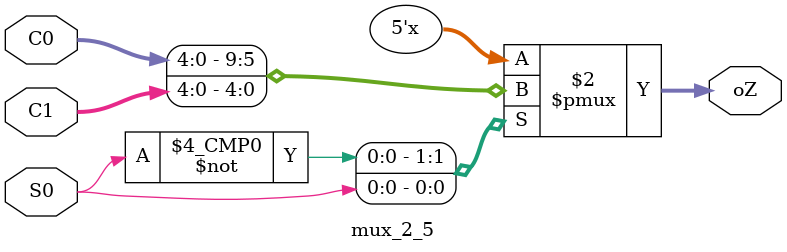
<source format=v>
`timescale 1ns / 1ns

module mux_2_5(
    input [4:0] C0,
    input [4:0] C1,
    input S0,
    output reg [4:0] oZ
    );

    always @ (C0 or C1 or S0) begin
        case(S0)
            1'b0: oZ <= C0;
            1'b1: oZ <= C1;
        endcase
   end
   
endmodule
</source>
